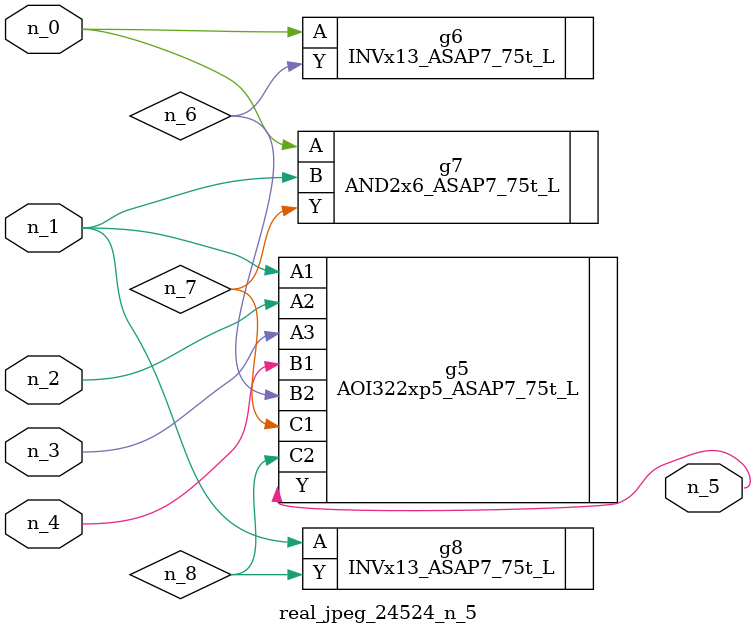
<source format=v>
module real_jpeg_24524_n_5 (n_4, n_0, n_1, n_2, n_3, n_5);

input n_4;
input n_0;
input n_1;
input n_2;
input n_3;

output n_5;

wire n_8;
wire n_6;
wire n_7;

INVx13_ASAP7_75t_L g6 ( 
.A(n_0),
.Y(n_6)
);

AND2x6_ASAP7_75t_L g7 ( 
.A(n_0),
.B(n_1),
.Y(n_7)
);

AOI322xp5_ASAP7_75t_L g5 ( 
.A1(n_1),
.A2(n_2),
.A3(n_3),
.B1(n_4),
.B2(n_6),
.C1(n_7),
.C2(n_8),
.Y(n_5)
);

INVx13_ASAP7_75t_L g8 ( 
.A(n_1),
.Y(n_8)
);


endmodule
</source>
